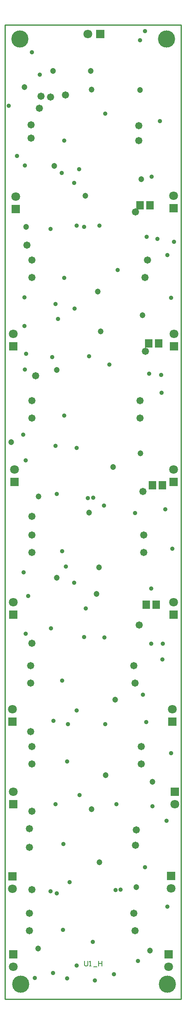
<source format=gbs>
G04 Layer_Color=16711935*
%FSLAX44Y44*%
%MOMM*%
G71*
G01*
G75*
%ADD27C,0.2540*%
%ADD28C,0.2032*%
%ADD46C,1.2032*%
%ADD57C,1.8032*%
%ADD58R,1.8032X1.8032*%
%ADD59R,1.8032X1.8032*%
%ADD60C,3.5052*%
%ADD61C,0.9032*%
%ADD62C,1.4732*%
%ADD63R,1.5032X1.7532*%
D27*
X0Y-1990000D02*
Y-1274D01*
Y-1990000D02*
X359410D01*
X0Y-1274D02*
X359410D01*
Y-1990000D02*
Y-1274D01*
D28*
X162070Y-1912627D02*
Y-1921091D01*
X163763Y-1922784D01*
X167148D01*
X168841Y-1921091D01*
Y-1912627D01*
X172227Y-1922784D02*
X175612D01*
X173920D01*
Y-1912627D01*
X172227Y-1914320D01*
X180691Y-1924477D02*
X187462D01*
X190847Y-1912627D02*
Y-1922784D01*
Y-1917706D01*
X197619D01*
Y-1912627D01*
Y-1922784D01*
D46*
X67310Y-1887224D02*
D03*
X295910Y-1891034D02*
D03*
X267970Y-1761494D02*
D03*
X193040Y-1710694D02*
D03*
X176580Y-1602740D02*
D03*
X205740Y-1532894D02*
D03*
X300990Y-1546864D02*
D03*
X224790Y-1379224D02*
D03*
X186690Y-1163324D02*
D03*
X191770Y-1108714D02*
D03*
X105410Y-1130304D02*
D03*
X220980Y-904244D02*
D03*
X171450Y-996950D02*
D03*
X68580Y-963934D02*
D03*
X12700Y-853444D02*
D03*
X276860Y-876304D02*
D03*
X105410Y-706124D02*
D03*
X195580Y-627384D02*
D03*
X280670Y-594364D02*
D03*
X189230Y-546104D02*
D03*
X163830Y-350524D02*
D03*
X43180Y-414024D02*
D03*
X278130Y-316234D02*
D03*
X100330Y-289564D02*
D03*
X39370Y-128274D02*
D03*
X97790Y-95254D02*
D03*
X176530Y-133354D02*
D03*
X175260Y-95254D02*
D03*
X275590Y-134620D02*
D03*
D57*
X334010Y-1924434D02*
D03*
X16510D02*
D03*
Y-1567184D02*
D03*
X341630Y-1398434D02*
D03*
X15240D02*
D03*
X344170Y-1179834D02*
D03*
X16510D02*
D03*
X344170Y-909324D02*
D03*
X19050D02*
D03*
X345440Y-632464D02*
D03*
X16510D02*
D03*
X344170Y-350524D02*
D03*
X21590Y-351794D02*
D03*
X168910Y-20324D02*
D03*
X346710Y-1592584D02*
D03*
X15240Y-1765144D02*
D03*
X339090Y-1764034D02*
D03*
D58*
X334010Y-1899034D02*
D03*
X16510D02*
D03*
Y-1592584D02*
D03*
X341630Y-1423834D02*
D03*
X15240D02*
D03*
X344170Y-1205234D02*
D03*
X16510D02*
D03*
X344170Y-934724D02*
D03*
X19050D02*
D03*
X345440Y-657864D02*
D03*
X16510D02*
D03*
X344170Y-375924D02*
D03*
X21590Y-377194D02*
D03*
X346710Y-1567184D02*
D03*
X15240Y-1739744D02*
D03*
X339090Y-1738634D02*
D03*
D59*
X194310Y-20324D02*
D03*
D60*
X30000Y-30000D02*
D03*
X330000D02*
D03*
X331978Y-1960000D02*
D03*
X31978D02*
D03*
D61*
X161290Y-1250950D02*
D03*
X168910Y-967740D02*
D03*
X180340Y-966634D02*
D03*
X120650Y-237494D02*
D03*
X146050Y-864874D02*
D03*
X327660Y-990604D02*
D03*
X116840Y-1075694D02*
D03*
X140970Y-1140464D02*
D03*
X322580Y-1264924D02*
D03*
X298450D02*
D03*
X203200Y-1252224D02*
D03*
X93980Y-1233174D02*
D03*
X116840Y-1339854D02*
D03*
X288290Y-1424944D02*
D03*
X146050Y-1400814D02*
D03*
X99060Y-1422404D02*
D03*
X222250Y-1939294D02*
D03*
X146050Y-1921514D02*
D03*
X97790Y-1936754D02*
D03*
X118110Y-1849124D02*
D03*
X119380Y-1673864D02*
D03*
X127000Y-1504954D02*
D03*
X152400Y-1573534D02*
D03*
X102870Y-1592584D02*
D03*
X227330D02*
D03*
X151130Y-295914D02*
D03*
X40640Y-288294D02*
D03*
X92710Y-417834D02*
D03*
X161290Y-414024D02*
D03*
X193040Y-411484D02*
D03*
X311150Y-438154D02*
D03*
X289560Y-434344D02*
D03*
X120650Y-518164D02*
D03*
X142240Y-580394D02*
D03*
X318770Y-716124D02*
D03*
X294640Y-713744D02*
D03*
X213360Y-694694D02*
D03*
X171450Y-678184D02*
D03*
X96520Y-679454D02*
D03*
X120650Y-798834D02*
D03*
X36830Y-838204D02*
D03*
X105410Y-958854D02*
D03*
X38100Y-1118874D02*
D03*
X225900Y-1767844D02*
D03*
X132080Y-1751334D02*
D03*
X92710Y-1770304D02*
D03*
X331470Y-471174D02*
D03*
X140970Y-323854D02*
D03*
X298450Y-1151894D02*
D03*
X281940Y-1369064D02*
D03*
X204470Y-1428754D02*
D03*
X179070Y-1873254D02*
D03*
X127000Y-1948184D02*
D03*
X183660Y-1951994D02*
D03*
X271780Y-1912784D02*
D03*
X236220Y-1766574D02*
D03*
X285750Y-1720854D02*
D03*
X331978Y-1801118D02*
D03*
X60960Y-1946914D02*
D03*
X329946Y-1625858D02*
D03*
X339090Y-1488444D02*
D03*
X128270Y-1428754D02*
D03*
X321310Y-1296674D02*
D03*
X124460Y-1107444D02*
D03*
X265430Y-998224D02*
D03*
X341630Y-1070614D02*
D03*
X102870Y-571504D02*
D03*
X320000Y-752694D02*
D03*
X102870Y-861064D02*
D03*
X40640Y-704854D02*
D03*
X107950Y-601984D02*
D03*
X39370Y-557534D02*
D03*
X229870Y-501654D02*
D03*
X275590Y-33024D02*
D03*
X316230Y-198124D02*
D03*
X54610Y-57154D02*
D03*
X115570Y-303534D02*
D03*
X299720Y-311154D02*
D03*
X24130Y-269244D02*
D03*
X105270Y-1774194D02*
D03*
X300990Y-1596394D02*
D03*
X201930Y-982984D02*
D03*
X71260Y-102874D02*
D03*
X204470Y-182880D02*
D03*
X7620Y-166374D02*
D03*
X345440Y-444504D02*
D03*
X339090Y-558804D02*
D03*
X146540Y-411324D02*
D03*
X43180Y-673104D02*
D03*
X39370Y-615954D02*
D03*
X41910Y-890274D02*
D03*
Y-1244604D02*
D03*
X46990Y-1167134D02*
D03*
X165100Y-1192534D02*
D03*
X285750Y-13970D02*
D03*
D62*
X266700Y-1676404D02*
D03*
X53340Y-205744D02*
D03*
X123190Y-144784D02*
D03*
X92590Y-148594D02*
D03*
X73660Y-147324D02*
D03*
X54610Y-1606554D02*
D03*
X274320Y-1226824D02*
D03*
X44450Y-450854D02*
D03*
X54610Y-1004574D02*
D03*
Y-1263654D02*
D03*
X52070Y-1443994D02*
D03*
X54610Y-1766414D02*
D03*
X273050Y-237494D02*
D03*
Y-207014D02*
D03*
X53340Y-232414D02*
D03*
X265430Y-1850394D02*
D03*
X262890Y-1814834D02*
D03*
X49530Y-1850394D02*
D03*
Y-1814834D02*
D03*
X267970Y-1644654D02*
D03*
X54610Y-1474474D02*
D03*
X49530Y-1680214D02*
D03*
Y-1642114D02*
D03*
X265430Y-1344934D02*
D03*
X262890Y-1309374D02*
D03*
X54610Y-1078234D02*
D03*
Y-1042674D02*
D03*
X283210D02*
D03*
Y-1078234D02*
D03*
X281940Y-953774D02*
D03*
X62230Y-717554D02*
D03*
X275590Y-768354D02*
D03*
Y-803914D02*
D03*
X285750Y-516894D02*
D03*
X54610Y-803914D02*
D03*
Y-768354D02*
D03*
X287020Y-668024D02*
D03*
X290830Y-481334D02*
D03*
X54610Y-516894D02*
D03*
Y-481334D02*
D03*
X266700Y-383544D02*
D03*
X69790Y-171394D02*
D03*
X278130Y-1474474D02*
D03*
Y-1510034D02*
D03*
X52070Y-1344934D02*
D03*
Y-1309374D02*
D03*
X54610Y-1510034D02*
D03*
D63*
X288450Y-1184914D02*
D03*
X308450D02*
D03*
X301150Y-941074D02*
D03*
X321150D02*
D03*
X275910Y-369574D02*
D03*
X295910D02*
D03*
X293530Y-651514D02*
D03*
X313530D02*
D03*
M02*

</source>
